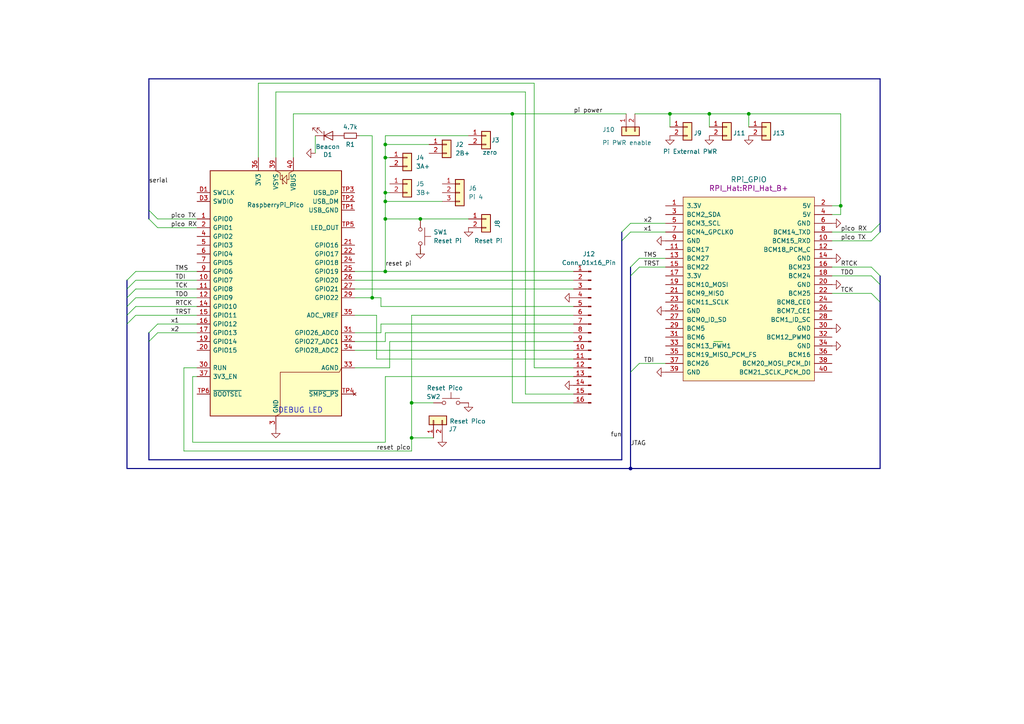
<source format=kicad_sch>
(kicad_sch (version 20231120) (generator "eeschema") (generator_version "8.0")
  (paper "A4")
  (lib_symbols
    (symbol "Connector:Conn_01x16_Pin" (pin_names (offset 1.016) hide)
      (property "Reference" "J" (at 0 20.32 0))
      (property "Value" "Conn_01x16_Pin" (at 0 -22.86 0))
      (symbol "Conn_01x16_Pin_1_1"
        (polyline (pts (xy 1.27 -20.32) (xy 0.8636 -20.32)) (stroke (width 0.1524)))
        (polyline (pts (xy 1.27 -17.78) (xy 0.8636 -17.78)) (stroke (width 0.1524)))
        (polyline (pts (xy 1.27 -15.24) (xy 0.8636 -15.24)) (stroke (width 0.1524)))
        (polyline (pts (xy 1.27 -12.7) (xy 0.8636 -12.7)) (stroke (width 0.1524)))
        (polyline (pts (xy 1.27 -10.16) (xy 0.8636 -10.16)) (stroke (width 0.1524)))
        (polyline (pts (xy 1.27 -7.62) (xy 0.8636 -7.62)) (stroke (width 0.1524)))
        (polyline (pts (xy 1.27 -5.08) (xy 0.8636 -5.08)) (stroke (width 0.1524)))
        (polyline (pts (xy 1.27 -2.54) (xy 0.8636 -2.54)) (stroke (width 0.1524)))
        (polyline (pts (xy 1.27 0) (xy 0.8636 0)) (stroke (width 0.1524)))
        (polyline (pts (xy 1.27 2.54) (xy 0.8636 2.54)) (stroke (width 0.1524)))
        (polyline (pts (xy 1.27 5.08) (xy 0.8636 5.08)) (stroke (width 0.1524)))
        (polyline (pts (xy 1.27 7.62) (xy 0.8636 7.62)) (stroke (width 0.1524)))
        (polyline (pts (xy 1.27 10.16) (xy 0.8636 10.16)) (stroke (width 0.1524)))
        (polyline (pts (xy 1.27 12.7) (xy 0.8636 12.7)) (stroke (width 0.1524)))
        (polyline (pts (xy 1.27 15.24) (xy 0.8636 15.24)) (stroke (width 0.1524)))
        (polyline (pts (xy 1.27 17.78) (xy 0.8636 17.78)) (stroke (width 0.1524)))
        (rectangle (start 0.8636 -20.193) (end 0 -20.447) (stroke (width 0.1524)) (fill (type outline)))
        (rectangle (start 0.8636 -17.653) (end 0 -17.907) (stroke (width 0.1524)) (fill (type outline)))
        (rectangle (start 0.8636 -15.113) (end 0 -15.367) (stroke (width 0.1524)) (fill (type outline)))
        (rectangle (start 0.8636 -12.573) (end 0 -12.827) (stroke (width 0.1524)) (fill (type outline)))
        (rectangle (start 0.8636 -10.033) (end 0 -10.287) (stroke (width 0.1524)) (fill (type outline)))
        (rectangle (start 0.8636 -7.493) (end 0 -7.747) (stroke (width 0.1524)) (fill (type outline)))
        (rectangle (start 0.8636 -4.953) (end 0 -5.207) (stroke (width 0.1524)) (fill (type outline)))
        (rectangle (start 0.8636 -2.413) (end 0 -2.667) (stroke (width 0.1524)) (fill (type outline)))
        (rectangle (start 0.8636 0.127) (end 0 -0.127) (stroke (width 0.1524)) (fill (type outline)))
        (rectangle (start 0.8636 2.667) (end 0 2.413) (stroke (width 0.1524)) (fill (type outline)))
        (rectangle (start 0.8636 5.207) (end 0 4.953) (stroke (width 0.1524)) (fill (type outline)))
        (rectangle (start 0.8636 7.747) (end 0 7.493) (stroke (width 0.1524)) (fill (type outline)))
        (rectangle (start 0.8636 10.287) (end 0 10.033) (stroke (width 0.1524)) (fill (type outline)))
        (rectangle (start 0.8636 12.827) (end 0 12.573) (stroke (width 0.1524)) (fill (type outline)))
        (rectangle (start 0.8636 15.367) (end 0 15.113) (stroke (width 0.1524)) (fill (type outline)))
        (rectangle (start 0.8636 17.907) (end 0 17.653) (stroke (width 0.1524)) (fill (type outline)))
        (pin passive line (at 5.08 17.78 180) (length 3.81) (name "Pin_1") (number "1"))
        (pin passive line (at 5.08 -5.08 180) (length 3.81) (name "Pin_10") (number "10"))
        (pin passive line (at 5.08 -7.62 180) (length 3.81) (name "Pin_11") (number "11"))
        (pin passive line (at 5.08 -10.16 180) (length 3.81) (name "Pin_12") (number "12"))
        (pin passive line (at 5.08 -12.7 180) (length 3.81) (name "Pin_13") (number "13"))
        (pin passive line (at 5.08 -15.24 180) (length 3.81) (name "Pin_14") (number "14"))
        (pin passive line (at 5.08 -17.78 180) (length 3.81) (name "Pin_15") (number "15"))
        (pin passive line (at 5.08 -20.32 180) (length 3.81) (name "Pin_16") (number "16"))
        (pin passive line (at 5.08 15.24 180) (length 3.81) (name "Pin_2") (number "2"))
        (pin passive line (at 5.08 12.7 180) (length 3.81) (name "Pin_3") (number "3"))
        (pin passive line (at 5.08 10.16 180) (length 3.81) (name "Pin_4") (number "4"))
        (pin passive line (at 5.08 7.62 180) (length 3.81) (name "Pin_5") (number "5"))
        (pin passive line (at 5.08 5.08 180) (length 3.81) (name "Pin_6") (number "6"))
        (pin passive line (at 5.08 2.54 180) (length 3.81) (name "Pin_7") (number "7"))
        (pin passive line (at 5.08 0 180) (length 3.81) (name "Pin_8") (number "8"))
        (pin passive line (at 5.08 -2.54 180) (length 3.81) (name "Pin_9") (number "9"))
      )
    )
    (symbol "Connector_Generic:Conn_01x02" (pin_names (offset 1.016) hide)
      (property "Reference" "J" (at 0 2.54 0))
      (property "Value" "Conn_01x02" (at 0 -5.08 0))
      (symbol "Conn_01x02_1_1"
        (rectangle (start -1.27 -2.413) (end 0 -2.667) (stroke (width 0.1524)))
        (rectangle (start -1.27 0.127) (end 0 -0.127) (stroke (width 0.1524)))
        (rectangle (start -1.27 1.27) (end 1.27 -3.81) (stroke (width 0.254)) (fill (type background)))
        (pin passive line (at -5.08 0 0) (length 3.81) (name "Pin_1") (number "1"))
        (pin passive line (at -5.08 -2.54 0) (length 3.81) (name "Pin_2") (number "2"))
      )
    )
    (symbol "Connector_Generic:Conn_01x03" (pin_names (offset 1.016) hide)
      (property "Reference" "J" (at 0 5.08 0))
      (property "Value" "Conn_01x03" (at 0 -5.08 0))
      (symbol "Conn_01x03_1_1"
        (rectangle (start -1.27 -2.413) (end 0 -2.667) (stroke (width 0.1524)))
        (rectangle (start -1.27 0.127) (end 0 -0.127) (stroke (width 0.1524)))
        (rectangle (start -1.27 2.667) (end 0 2.413) (stroke (width 0.1524)))
        (rectangle (start -1.27 3.81) (end 1.27 -3.81) (stroke (width 0.254)) (fill (type background)))
        (pin passive line (at -5.08 2.54 0) (length 3.81) (name "Pin_1") (number "1"))
        (pin passive line (at -5.08 0 0) (length 3.81) (name "Pin_2") (number "2"))
        (pin passive line (at -5.08 -2.54 0) (length 3.81) (name "Pin_3") (number "3"))
      )
    )
    (symbol "Device:LED" (pin_numbers hide) (pin_names (offset 1.016) hide)
      (property "Reference" "D" (at 0 2.54 0))
      (property "Value" "LED" (at 0 -2.54 0))
      (symbol "LED_0_1"
        (polyline (pts (xy -1.27 -1.27) (xy -1.27 1.27)) (stroke (width 0.2032)))
        (polyline (pts (xy -1.27 0) (xy 1.27 0)))
        (polyline (pts (xy 1.27 -1.27) (xy 1.27 1.27) (xy -1.27 0) (xy 1.27 -1.27)) (stroke (width 0.2032)))
        (polyline (pts (xy -3.048 -0.762) (xy -4.572 -2.286) (xy -3.81 -2.286) (xy -4.572 -2.286) (xy -4.572 -1.524)))
        (polyline (pts (xy -1.778 -0.762) (xy -3.302 -2.286) (xy -2.54 -2.286) (xy -3.302 -2.286) (xy -3.302 -1.524)))
      )
      (symbol "LED_1_1"
        (pin passive line (at -3.81 0 0) (length 2.54) (name "K") (number "1"))
        (pin passive line (at 3.81 0 180) (length 2.54) (name "A") (number "2"))
      )
    )
    (symbol "Device:R_Small" (pin_numbers hide) (pin_names (offset 0.254) hide)
      (property "Reference" "R" (at 0.762 0.508 0))
      (property "Value" "R_Small" (at 0.762 -1.016 0))
      (symbol "R_Small_0_1"
        (rectangle (start -0.762 1.778) (end 0.762 -1.778) (stroke (width 0.2032)))
      )
      (symbol "R_Small_1_1"
        (pin passive line (at 0 2.54 270) (length 0.762) (name "~") (number "1"))
        (pin passive line (at 0 -2.54 90) (length 0.762) (name "~") (number "2"))
      )
    )
    (symbol "MCU_Module_RaspberryPi_Pico:RaspberryPi_Pico_SecondaryPins" (pin_names (offset 0.762))
      (property "Reference" "A" (at -19.05 38.1 0))
      (property "Value" "RaspberryPi_Pico" (at 7.62 38.1 0))
      (symbol "RaspberryPi_Pico_SecondaryPins_0_1"
        (rectangle (start -19.05 36.83) (end 19.05 -34.29) (stroke (width 0.254)) (fill (type background)))
        (polyline (pts (xy 0 36.83) (xy 1.27 36.195) (xy 1.27 34.29) (xy 1.905 34.29)))
        (polyline (pts (xy 1.905 34.29) (xy 3.175 35.56) (xy 3.175 33.02) (xy 1.905 34.29)))
        (polyline (pts (xy 5.08 36.83) (xy 3.81 36.195) (xy 3.81 34.29) (xy 3.175 34.29)))
        (polyline (pts (xy 0 -34.29) (xy 1.27 -33.655) (xy 1.27 -21.59) (xy 18.415 -21.59) (xy 19.05 -20.32)))
        (polyline (pts (xy 1.651 35.306) (xy 1.651 35.56) (xy 1.905 35.56) (xy 1.905 33.02) (xy 2.159 33.02) (xy 2.159 33.274)))
      )
      (symbol "RaspberryPi_Pico_SecondaryPins_1_1"
        (pin bidirectional line (at -22.86 22.86 0) (length 3.81) (name "GPIO0") (number "1"))
        (pin bidirectional line (at -22.86 5.08 0) (length 3.81) (name "GPIO7") (number "10"))
        (pin bidirectional line (at -22.86 2.54 0) (length 3.81) (name "GPIO8") (number "11"))
        (pin bidirectional line (at -22.86 0 0) (length 3.81) (name "GPIO9") (number "12"))
        (pin passive line (at 0 -38.1 90) (length 3.81) hide (name "GND") (number "13"))
        (pin bidirectional line (at -22.86 -2.54 0) (length 3.81) (name "GPIO10") (number "14"))
        (pin bidirectional line (at -22.86 -5.08 0) (length 3.81) (name "GPIO11") (number "15"))
        (pin bidirectional line (at -22.86 -7.62 0) (length 3.81) (name "GPIO12") (number "16"))
        (pin bidirectional line (at -22.86 -10.16 0) (length 3.81) (name "GPIO13") (number "17"))
        (pin passive line (at 0 -38.1 90) (length 3.81) hide (name "GND") (number "18"))
        (pin bidirectional line (at -22.86 -12.7 0) (length 3.81) (name "GPIO14") (number "19"))
        (pin bidirectional line (at -22.86 20.32 0) (length 3.81) (name "GPIO1") (number "2"))
        (pin bidirectional line (at -22.86 -15.24 0) (length 3.81) (name "GPIO15") (number "20"))
        (pin bidirectional line (at 22.86 15.24 180) (length 3.81) (name "GPIO16") (number "21"))
        (pin bidirectional line (at 22.86 12.7 180) (length 3.81) (name "GPIO17") (number "22"))
        (pin passive line (at 0 -38.1 90) (length 3.81) hide (name "GND") (number "23"))
        (pin bidirectional line (at 22.86 10.16 180) (length 3.81) (name "GPIO18") (number "24"))
        (pin bidirectional line (at 22.86 7.62 180) (length 3.81) (name "GPIO19") (number "25"))
        (pin bidirectional line (at 22.86 5.08 180) (length 3.81) (name "GPIO20") (number "26"))
        (pin bidirectional line (at 22.86 2.54 180) (length 3.81) (name "GPIO21") (number "27"))
        (pin passive line (at 0 -38.1 90) (length 3.81) hide (name "GND") (number "28"))
        (pin bidirectional line (at 22.86 0 180) (length 3.81) (name "GPIO22") (number "29"))
        (pin power_out line (at 0 -38.1 90) (length 3.81) (name "GND") (number "3"))
        (pin input line (at -22.86 -20.32 0) (length 3.81) (name "RUN") (number "30"))
        (pin bidirectional line (at 22.86 -10.16 180) (length 3.81) (name "GPIO26_ADC0") (number "31"))
        (pin bidirectional line (at 22.86 -12.7 180) (length 3.81) (name "GPIO27_ADC1") (number "32"))
        (pin power_out line (at 22.86 -20.32 180) (length 3.81) (name "AGND") (number "33"))
        (pin bidirectional line (at 22.86 -15.24 180) (length 3.81) (name "GPIO28_ADC2") (number "34"))
        (pin power_in line (at 22.86 -5.08 180) (length 3.81) (name "ADC_VREF") (number "35"))
        (pin power_out line (at -5.08 40.64 270) (length 3.81) (name "3V3") (number "36"))
        (pin input line (at -22.86 -22.86 0) (length 3.81) (name "3V3_EN") (number "37"))
        (pin passive line (at 0 -38.1 90) (length 3.81) hide (name "GND") (number "38"))
        (pin power_in line (at 0 40.64 270) (length 3.81) (name "VSYS") (number "39"))
        (pin bidirectional line (at -22.86 17.78 0) (length 3.81) (name "GPIO2") (number "4"))
        (pin power_out line (at 5.08 40.64 270) (length 3.81) (name "VBUS") (number "40"))
        (pin bidirectional line (at -22.86 15.24 0) (length 3.81) (name "GPIO3") (number "5"))
        (pin bidirectional line (at -22.86 12.7 0) (length 3.81) (name "GPIO4") (number "6"))
        (pin bidirectional line (at -22.86 10.16 0) (length 3.81) (name "GPIO5") (number "7"))
        (pin passive line (at 0 -38.1 90) (length 3.81) hide (name "GND") (number "8"))
        (pin bidirectional line (at -22.86 7.62 0) (length 3.81) (name "GPIO6") (number "9"))
        (pin input line (at -22.86 30.48 0) (length 3.81) (name "SWCLK") (number "D1"))
        (pin passive line (at 0 -38.1 90) (length 3.81) hide (name "GND") (number "D2"))
        (pin bidirectional line (at -22.86 27.94 0) (length 3.81) (name "SWDIO") (number "D3"))
        (pin power_out line (at 22.86 25.4 180) (length 3.81) (name "USB_GND") (number "TP1"))
        (pin bidirectional line (at 22.86 27.94 180) (length 3.81) (name "USB_DM") (number "TP2"))
        (pin bidirectional line (at 22.86 30.48 180) (length 3.81) (name "USB_DP") (number "TP3"))
        (pin no_connect line (at 22.86 -27.94 180) (length 3.81) (name "~{SMPS_PS}") (number "TP4"))
        (pin output line (at 22.86 20.32 180) (length 3.81) (name "LED_OUT") (number "TP5"))
        (pin input line (at -22.86 -27.94 0) (length 3.81) (name "~{BOOTSEL}") (number "TP6"))
      )
    )
    (symbol "RPi_Hat:RPi_GPIO" (pin_names (offset 1.016))
      (property "Reference" "J" (at 19.05 6.35 0))
      (property "Value" "RPi_GPIO" (at 19.05 3.81 0))
      (symbol "RPi_GPIO_1_1"
        (rectangle (start 0 2.54) (end 38.1 -50.8) (fill (type background)))
        (pin power_in line (at -5.08 0 0) (length 5.08) (name "3.3V") (number "1"))
        (pin bidirectional line (at 43.18 -10.16 180) (length 5.08) (name "BCM15_RXD") (number "10"))
        (pin bidirectional line (at -5.08 -12.7 0) (length 5.08) (name "BCM17") (number "11"))
        (pin bidirectional line (at 43.18 -12.7 180) (length 5.08) (name "BCM18_PCM_C") (number "12"))
        (pin bidirectional line (at -5.08 -15.24 0) (length 5.08) (name "BCM27") (number "13"))
        (pin power_in line (at 43.18 -15.24 180) (length 5.08) (name "GND") (number "14"))
        (pin bidirectional line (at -5.08 -17.78 0) (length 5.08) (name "BCM22") (number "15"))
        (pin bidirectional line (at 43.18 -17.78 180) (length 5.08) (name "BCM23") (number "16"))
        (pin power_in line (at -5.08 -20.32 0) (length 5.08) (name "3.3V") (number "17"))
        (pin bidirectional line (at 43.18 -20.32 180) (length 5.08) (name "BCM24") (number "18"))
        (pin bidirectional line (at -5.08 -22.86 0) (length 5.08) (name "BCM10_MOSI") (number "19"))
        (pin power_in line (at 43.18 0 180) (length 5.08) (name "5V") (number "2"))
        (pin power_in line (at 43.18 -22.86 180) (length 5.08) (name "GND") (number "20"))
        (pin bidirectional line (at -5.08 -25.4 0) (length 5.08) (name "BCM9_MISO") (number "21"))
        (pin bidirectional line (at 43.18 -25.4 180) (length 5.08) (name "BCM25") (number "22"))
        (pin bidirectional line (at -5.08 -27.94 0) (length 5.08) (name "BCM11_SCLK") (number "23"))
        (pin bidirectional line (at 43.18 -27.94 180) (length 5.08) (name "BCM8_CE0") (number "24"))
        (pin power_in line (at -5.08 -30.48 0) (length 5.08) (name "GND") (number "25"))
        (pin bidirectional line (at 43.18 -30.48 180) (length 5.08) (name "BCM7_CE1") (number "26"))
        (pin bidirectional line (at -5.08 -33.02 0) (length 5.08) (name "BCM0_ID_SD") (number "27"))
        (pin bidirectional line (at 43.18 -33.02 180) (length 5.08) (name "BCM1_ID_SC") (number "28"))
        (pin bidirectional line (at -5.08 -35.56 0) (length 5.08) (name "BCM5") (number "29"))
        (pin bidirectional line (at -5.08 -2.54 0) (length 5.08) (name "BCM2_SDA") (number "3"))
        (pin power_in line (at 43.18 -35.56 180) (length 5.08) (name "GND") (number "30"))
        (pin bidirectional line (at -5.08 -38.1 0) (length 5.08) (name "BCM6") (number "31"))
        (pin bidirectional line (at 43.18 -38.1 180) (length 5.08) (name "BCM12_PWM0") (number "32"))
        (pin bidirectional line (at -5.08 -40.64 0) (length 5.08) (name "BCM13_PWM1") (number "33"))
        (pin power_in line (at 43.18 -40.64 180) (length 5.08) (name "GND") (number "34"))
        (pin bidirectional line (at -5.08 -43.18 0) (length 5.08) (name "BCM19_MISO_PCM_FS") (number "35"))
        (pin bidirectional line (at 43.18 -43.18 180) (length 5.08) (name "BCM16") (number "36"))
        (pin bidirectional line (at -5.08 -45.72 0) (length 5.08) (name "BCM26") (number "37"))
        (pin bidirectional line (at 43.18 -45.72 180) (length 5.08) (name "BCM20_MOSI_PCM_DI") (number "38"))
        (pin power_in line (at -5.08 -48.26 0) (length 5.08) (name "GND") (number "39"))
        (pin power_in line (at 43.18 -2.54 180) (length 5.08) (name "5V") (number "4"))
        (pin bidirectional line (at 43.18 -48.26 180) (length 5.08) (name "BCM21_SCLK_PCM_DO") (number "40"))
        (pin bidirectional line (at -5.08 -5.08 0) (length 5.08) (name "BCM3_SCL") (number "5"))
        (pin power_in line (at 43.18 -5.08 180) (length 5.08) (name "GND") (number "6"))
        (pin bidirectional line (at -5.08 -7.62 0) (length 5.08) (name "BCM4_GPCLK0") (number "7"))
        (pin bidirectional line (at 43.18 -7.62 180) (length 5.08) (name "BCM14_TXD") (number "8"))
        (pin power_in line (at -5.08 -10.16 0) (length 5.08) (name "GND") (number "9"))
      )
    )
    (symbol "Switch:SW_Push" (pin_numbers hide) (pin_names (offset 1.016) hide)
      (property "Reference" "SW" (at 1.27 2.54 0))
      (property "Value" "SW_Push" (at 0 -1.524 0))
      (symbol "SW_Push_0_1"
        (circle (center -2.032 0) (radius 0.508))
        (polyline (pts (xy 0 1.27) (xy 0 3.048)))
        (polyline (pts (xy 2.54 1.27) (xy -2.54 1.27)))
        (circle (center 2.032 0) (radius 0.508))
        (pin passive line (at -5.08 0 0) (length 2.54) (name "1") (number "1"))
        (pin passive line (at 5.08 0 180) (length 2.54) (name "2") (number "2"))
      )
    )
    (symbol "power:GND" (power) (pin_numbers hide) (pin_names (offset 0) hide)
      (property "Value" "GND" (at 0 -3.81 0))
      (symbol "GND_0_1"
        (polyline (pts (xy 0 0) (xy 0 -1.27) (xy 1.27 -1.27) (xy 0 -2.54) (xy -1.27 -1.27) (xy 0 -1.27)))
      )
      (symbol "GND_1_1"
        (pin power_in line (at 0 0 270) (length 0) (name "~") (number "1"))
      )
    )
  )
  (junction (at 194.31 33.02))
  (junction (at 107.95 86.36))
  (junction (at 148.59 33.02))
  (junction (at 111.76 63.5))
  (junction (at 111.76 55.88))
  (junction (at 119.38 116.84))
  (junction (at 111.76 41.91))
  (junction (at 217.17 33.02))
  (junction (at 111.76 58.42))
  (junction (at 119.38 127))
  (junction (at 205.74 33.02))
  (junction (at 243.84 59.69))
  (junction (at 121.92 63.5))
  (junction (at 111.76 78.74))
  (junction (at 111.76 45.72))
  (junction (at 182.88 135.89))
  (bus_entry (at 252.73 77.47) (size 2.54 2.54))
  (bus_entry (at 180.34 67.31) (size 2.54 -2.54))
  (bus_entry (at 43.18 63.5) (size 2.54 2.54))
  (bus_entry (at 43.18 60.96) (size 2.54 2.54))
  (bus_entry (at 185.42 77.47) (size -2.54 2.54))
  (bus_entry (at 39.37 81.28) (size -2.54 2.54))
  (bus_entry (at 39.37 83.82) (size -2.54 2.54))
  (bus_entry (at 43.18 99.06) (size 2.54 -2.54))
  (bus_entry (at 39.37 86.36) (size -2.54 2.54))
  (bus_entry (at 252.73 80.01) (size 2.54 2.54))
  (bus_entry (at 252.73 67.31) (size 2.54 -2.54))
  (bus_entry (at 180.34 69.85) (size 2.54 -2.54))
  (bus_entry (at 252.73 69.85) (size 2.54 -2.54))
  (bus_entry (at 185.42 105.41) (size -2.54 2.54))
  (bus_entry (at 39.37 78.74) (size -2.54 2.54))
  (bus_entry (at 43.18 96.52) (size 2.54 -2.54))
  (bus_entry (at 39.37 91.44) (size -2.54 2.54))
  (bus_entry (at 39.37 88.9) (size -2.54 2.54))
  (bus_entry (at 185.42 74.93) (size -2.54 2.54))
  (bus_entry (at 252.73 85.09) (size 2.54 2.54))
  (bus (pts (xy 255.27 64.77) (xy 255.27 67.31)))
  (wire (pts (xy 111.76 55.88) (xy 111.76 58.42)))
  (wire (pts (xy 154.94 24.13) (xy 154.94 106.68)))
  (wire (pts (xy 119.38 130.81) (xy 53.34 130.81)))
  (wire (pts (xy 111.76 96.52) (xy 166.37 96.52)))
  (wire (pts (xy 102.87 106.68) (xy 113.03 106.68)))
  (bus (pts (xy 43.18 133.35) (xy 180.34 133.35)))
  (wire (pts (xy 55.88 109.22) (xy 55.88 128.27)))
  (bus (pts (xy 255.27 135.89) (xy 255.27 87.63)))
  (wire (pts (xy 74.93 24.13) (xy 154.94 24.13)))
  (wire (pts (xy 107.95 39.37) (xy 104.14 39.37)))
  (wire (pts (xy 207.01 99.06) (xy 209.55 99.06)))
  (bus (pts (xy 36.83 81.28) (xy 36.83 83.82)))
  (wire (pts (xy 113.03 99.06) (xy 113.03 106.68)))
  (wire (pts (xy 185.42 105.41) (xy 193.04 105.41)))
  (bus (pts (xy 43.18 96.52) (xy 43.18 99.06)))
  (wire (pts (xy 91.44 39.37) (xy 91.44 44.45)))
  (wire (pts (xy 241.3 67.31) (xy 252.73 67.31)))
  (wire (pts (xy 102.87 78.74) (xy 111.76 78.74)))
  (bus (pts (xy 255.27 22.86) (xy 255.27 64.77)))
  (wire (pts (xy 148.59 116.84) (xy 166.37 116.84)))
  (wire (pts (xy 39.37 91.44) (xy 57.15 91.44)))
  (wire (pts (xy 148.59 33.02) (xy 181.61 33.02)))
  (wire (pts (xy 119.38 91.44) (xy 119.38 116.84)))
  (bus (pts (xy 180.34 133.35) (xy 180.34 69.85)))
  (wire (pts (xy 102.87 101.6) (xy 166.37 101.6)))
  (wire (pts (xy 241.3 59.69) (xy 243.84 59.69)))
  (wire (pts (xy 74.93 45.72) (xy 74.93 24.13)))
  (wire (pts (xy 135.89 39.37) (xy 111.76 39.37)))
  (bus (pts (xy 182.88 107.95) (xy 182.88 80.01)))
  (bus (pts (xy 36.83 88.9) (xy 36.83 91.44)))
  (wire (pts (xy 45.72 96.52) (xy 57.15 96.52)))
  (wire (pts (xy 241.3 69.85) (xy 252.73 69.85)))
  (wire (pts (xy 166.37 109.22) (xy 111.76 109.22)))
  (wire (pts (xy 53.34 106.68) (xy 57.15 106.68)))
  (wire (pts (xy 205.74 33.02) (xy 217.17 33.02)))
  (wire (pts (xy 109.22 104.14) (xy 109.22 91.44)))
  (wire (pts (xy 119.38 127) (xy 119.38 130.81)))
  (wire (pts (xy 119.38 116.84) (xy 125.73 116.84)))
  (wire (pts (xy 121.92 73.66) (xy 121.92 72.39)))
  (wire (pts (xy 55.88 109.22) (xy 57.15 109.22)))
  (wire (pts (xy 39.37 78.74) (xy 57.15 78.74)))
  (wire (pts (xy 53.34 106.68) (xy 53.34 130.81)))
  (wire (pts (xy 185.42 74.93) (xy 193.04 74.93)))
  (wire (pts (xy 241.3 62.23) (xy 243.84 62.23)))
  (bus (pts (xy 255.27 87.63) (xy 255.27 82.55)))
  (wire (pts (xy 110.49 88.9) (xy 166.37 88.9)))
  (wire (pts (xy 113.03 55.88) (xy 111.76 55.88)))
  (wire (pts (xy 111.76 45.72) (xy 111.76 55.88)))
  (wire (pts (xy 111.76 63.5) (xy 111.76 78.74)))
  (wire (pts (xy 39.37 83.82) (xy 57.15 83.82)))
  (wire (pts (xy 111.76 63.5) (xy 121.92 63.5)))
  (wire (pts (xy 110.49 86.36) (xy 110.49 88.9)))
  (wire (pts (xy 166.37 99.06) (xy 113.03 99.06)))
  (wire (pts (xy 110.49 93.98) (xy 166.37 93.98)))
  (wire (pts (xy 119.38 91.44) (xy 166.37 91.44)))
  (wire (pts (xy 205.74 33.02) (xy 205.74 36.83)))
  (bus (pts (xy 43.18 60.96) (xy 43.18 63.5)))
  (wire (pts (xy 124.46 41.91) (xy 111.76 41.91)))
  (bus (pts (xy 182.88 77.47) (xy 182.88 80.01)))
  (wire (pts (xy 80.01 26.67) (xy 80.01 45.72)))
  (wire (pts (xy 194.31 33.02) (xy 205.74 33.02)))
  (bus (pts (xy 36.83 93.98) (xy 36.83 135.89)))
  (bus (pts (xy 182.88 107.95) (xy 182.88 135.89)))
  (wire (pts (xy 110.49 93.98) (xy 110.49 96.52)))
  (bus (pts (xy 36.83 83.82) (xy 36.83 86.36)))
  (wire (pts (xy 241.3 85.09) (xy 252.73 85.09)))
  (wire (pts (xy 111.76 41.91) (xy 111.76 39.37)))
  (bus (pts (xy 43.18 22.86) (xy 43.18 60.96)))
  (wire (pts (xy 243.84 59.69) (xy 243.84 62.23)))
  (wire (pts (xy 45.72 93.98) (xy 57.15 93.98)))
  (wire (pts (xy 102.87 81.28) (xy 166.37 81.28)))
  (wire (pts (xy 111.76 58.42) (xy 128.27 58.42)))
  (wire (pts (xy 102.87 91.44) (xy 109.22 91.44)))
  (wire (pts (xy 45.72 63.5) (xy 57.15 63.5)))
  (wire (pts (xy 57.15 81.28) (xy 39.37 81.28)))
  (wire (pts (xy 102.87 99.06) (xy 111.76 99.06)))
  (wire (pts (xy 148.59 33.02) (xy 148.59 116.84)))
  (wire (pts (xy 152.4 114.3) (xy 166.37 114.3)))
  (wire (pts (xy 111.76 58.42) (xy 111.76 63.5)))
  (wire (pts (xy 102.87 96.52) (xy 110.49 96.52)))
  (wire (pts (xy 243.84 33.02) (xy 243.84 59.69)))
  (wire (pts (xy 241.3 77.47) (xy 252.73 77.47)))
  (bus (pts (xy 43.18 99.06) (xy 43.18 133.35)))
  (wire (pts (xy 39.37 88.9) (xy 57.15 88.9)))
  (wire (pts (xy 107.95 39.37) (xy 107.95 86.36)))
  (wire (pts (xy 85.09 33.02) (xy 148.59 33.02)))
  (wire (pts (xy 102.87 86.36) (xy 107.95 86.36)))
  (wire (pts (xy 194.31 33.02) (xy 194.31 36.83)))
  (wire (pts (xy 166.37 104.14) (xy 109.22 104.14)))
  (bus (pts (xy 36.83 86.36) (xy 36.83 88.9)))
  (wire (pts (xy 111.76 45.72) (xy 113.03 45.72)))
  (wire (pts (xy 119.38 127) (xy 125.73 127)))
  (wire (pts (xy 111.76 41.91) (xy 111.76 45.72)))
  (bus (pts (xy 180.34 67.31) (xy 180.34 69.85)))
  (wire (pts (xy 39.37 86.36) (xy 57.15 86.36)))
  (bus (pts (xy 255.27 82.55) (xy 255.27 80.01)))
  (wire (pts (xy 154.94 106.68) (xy 166.37 106.68)))
  (wire (pts (xy 152.4 26.67) (xy 152.4 114.3)))
  (wire (pts (xy 111.76 78.74) (xy 166.37 78.74)))
  (wire (pts (xy 107.95 86.36) (xy 110.49 86.36)))
  (wire (pts (xy 217.17 33.02) (xy 217.17 36.83)))
  (wire (pts (xy 182.88 64.77) (xy 193.04 64.77)))
  (wire (pts (xy 111.76 109.22) (xy 111.76 128.27)))
  (bus (pts (xy 36.83 135.89) (xy 182.88 135.89)))
  (wire (pts (xy 119.38 116.84) (xy 119.38 127)))
  (bus (pts (xy 36.83 91.44) (xy 36.83 93.98)))
  (wire (pts (xy 102.87 83.82) (xy 166.37 83.82)))
  (wire (pts (xy 185.42 77.47) (xy 193.04 77.47)))
  (wire (pts (xy 184.15 33.02) (xy 194.31 33.02)))
  (wire (pts (xy 121.92 63.5) (xy 135.89 63.5)))
  (wire (pts (xy 111.76 99.06) (xy 111.76 96.52)))
  (bus (pts (xy 182.88 135.89) (xy 255.27 135.89)))
  (bus (pts (xy 43.18 22.86) (xy 255.27 22.86)))
  (wire (pts (xy 241.3 80.01) (xy 252.73 80.01)))
  (wire (pts (xy 55.88 128.27) (xy 111.76 128.27)))
  (wire (pts (xy 85.09 33.02) (xy 85.09 45.72)))
  (wire (pts (xy 45.72 66.04) (xy 57.15 66.04)))
  (wire (pts (xy 217.17 33.02) (xy 243.84 33.02)))
  (wire (pts (xy 80.01 26.67) (xy 152.4 26.67)))
  (wire (pts (xy 182.88 67.31) (xy 193.04 67.31)))
  (text "DEBUG LED" (at 80.645 120.015 0) (effects (font (size 1.524 1.524)) (justify left bottom)))
  (label "x1" (at 49.53 93.98 0))
  (label "fun" (at 180.34 127 180))
  (label "TDI" (at 186.69 105.41 0))
  (label "TRST" (at 186.69 77.47 0))
  (label "TDI" (at 50.8 81.28 0))
  (label "pico TX" (at 243.84 69.85 0))
  (label "JTAG" (at 182.88 129.54 0))
  (label "x1" (at 186.69 67.31 0))
  (label "RTCK" (at 243.84 77.47 0))
  (label "pico RX" (at 49.53 66.04 0))
  (label "TCK" (at 50.8 83.82 0))
  (label "TDO" (at 243.84 80.01 0))
  (label "RTCK" (at 50.8 88.9 0))
  (label "TDO" (at 50.8 86.36 0))
  (label "TMS" (at 50.8 78.74 0))
  (label "TCK" (at 243.84 85.09 0))
  (label "reset pico" (at 109.22 130.81 0))
  (label "pi power" (at 166.37 33.02 0))
  (label "pico TX" (at 49.53 63.5 0))
  (label "x2" (at 186.69 64.77 0))
  (label "reset pi" (at 111.76 77.47 0))
  (label "pico RX" (at 243.84 67.31 0))
  (label "serial" (at 43.18 53.34 0))
  (label "TRST" (at 50.8 91.44 0))
  (label "TMS" (at 186.69 74.93 0))
  (label "x2" (at 49.53 96.52 0))
  (symbol (lib_id "power:GND") (at 241.3 64.77 90) (unit 1)
    (property "Reference" "#PWR011" (effects (hide yes)))
    (property "Value" "GND" (effects (hide yes)))
    (property "Description" "Power symbol creates a global label with name \"GND\" , ground" (effects (hide yes)))
  )
  (symbol (lib_id "power:GND") (at 194.31 39.37 0) (unit 1)
    (property "Reference" "#PWR014" (effects (hide yes)))
    (property "Value" "GND" (effects (hide yes)))
    (property "Description" "Power symbol creates a global label with name \"GND\" , ground" (effects (hide yes)))
  )
  (symbol (lib_id "Device:LED") (at 95.25 39.37 0) (mirror x) (unit 1)
    (property "Reference" "D1" (at 95.0722 44.8564 0))
    (property "Value" "Beacon" (at 95.0722 42.545 0))
    (property "Footprint" "LED_SMD:LED_0603_1608Metric" (effects (hide yes)))
  )
  (symbol (lib_id "power:GND") (at 166.37 86.36 270) (unit 1)
    (property "Reference" "#PWR016" (effects (hide yes)))
    (property "Value" "GND" (effects (hide yes)))
    (property "Description" "Power symbol creates a global label with name \"GND\" , ground" (effects (hide yes)))
  )
  (symbol (lib_id "power:GND") (at 135.89 116.84 0) (unit 1)
    (property "Reference" "#PWR03" (effects (hide yes)))
    (property "Value" "GND" (effects (hide yes)))
    (property "Description" "Power symbol creates a global label with name \"GND\" , ground" (effects (hide yes)))
  )
  (symbol (lib_id "Connector:Conn_01x16_Pin") (at 171.45 96.52 0) (mirror y) (unit 1)
    (property "Reference" "J12" (at 170.815 73.66 0))
    (property "Value" "Conn_01x16_Pin" (at 170.815 76.2 0))
    (property "Footprint" "Connector_PinHeader_2.54mm:PinHeader_1x16_P2.54mm_Vertical" (effects (hide yes)))
    (property "Description" "Generic connector, single row, 01x16, script generated" (effects (hide yes)))
  )
  (symbol (lib_id "Connector_Generic:Conn_01x02") (at 129.54 41.91 0) (unit 1)
    (property "Reference" "J2" (at 132.08 41.9099 0) (effects (justify left)))
    (property "Value" "2B+" (at 132.08 44.4499 0) (effects (justify left)))
    (property "Footprint" "Connector_PinSocket_2.54mm:PinSocket_1x02_P2.54mm_Vertical" (effects (hide yes)))
    (property "Description" "Generic connector, single row, 01x02, script generated (kicad-library-utils/schlib/autogen/connector/)" (effects (hide yes)))
  )
  (symbol (lib_id "Connector_Generic:Conn_01x02") (at 210.82 36.83 0) (unit 1)
    (property "Reference" "J11" (at 212.598 38.608 0) (effects (justify left)))
    (property "Value" "Pi External PWR" (effects (hide yes)))
    (property "Footprint" "Connector_PinHeader_2.54mm:PinHeader_1x02_P2.54mm_Vertical" (effects (hide yes)))
    (property "Description" "Generic connector, single row, 01x02, script generated (kicad-library-utils/schlib/autogen/connector/)" (effects (hide yes)))
  )
  (symbol (lib_id "Device:R_Small") (at 101.6 39.37 90) (unit 1)
    (property "Reference" "R1" (at 101.6 41.91 90))
    (property "Value" "4.7k" (at 101.6 36.83 90))
    (property "Footprint" "Resistor_SMD:R_0603_1608Metric" (effects (hide yes)))
  )
  (symbol (lib_id "Connector_Generic:Conn_01x02") (at 118.11 45.72 0) (unit 1)
    (property "Reference" "J4" (at 120.65 45.7199 0) (effects (justify left)))
    (property "Value" "3A+" (at 120.65 48.2599 0) (effects (justify left)))
    (property "Footprint" "Connector_PinSocket_2.54mm:PinSocket_1x02_P2.54mm_Vertical" (effects (hide yes)))
    (property "Description" "Generic connector, single row, 01x02, script generated (kicad-library-utils/schlib/autogen/connector/)" (effects (hide yes)))
  )
  (symbol (lib_id "Connector_Generic:Conn_01x02") (at 199.39 36.83 0) (unit 1)
    (property "Reference" "J9" (at 201.168 38.608 0) (effects (justify left)))
    (property "Value" "Pi External PWR" (at 192.278 43.942 0) (effects (justify left)))
    (property "Footprint" "Connector_PinHeader_2.54mm:PinHeader_1x02_P2.54mm_Vertical" (effects (hide yes)))
    (property "Description" "Generic connector, single row, 01x02, script generated (kicad-library-utils/schlib/autogen/connector/)" (effects (hide yes)))
  )
  (symbol (lib_id "power:GND") (at 91.44 44.45 270) (mirror x) (unit 1)
    (property "Reference" "#PWR015" (effects (hide yes)))
    (property "Value" "GND" (effects (hide yes)))
  )
  (symbol (lib_id "power:GND") (at 217.17 39.37 0) (unit 1)
    (property "Reference" "#PWR019" (effects (hide yes)))
    (property "Value" "GND" (effects (hide yes)))
    (property "Description" "Power symbol creates a global label with name \"GND\" , ground" (effects (hide yes)))
  )
  (symbol (lib_id "power:GND") (at 193.04 90.17 270) (unit 1)
    (property "Reference" "#PWR013" (effects (hide yes)))
    (property "Value" "GND" (effects (hide yes)))
    (property "Description" "Power symbol creates a global label with name \"GND\" , ground" (effects (hide yes)))
  )
  (symbol (lib_id "power:GND") (at 166.37 111.76 270) (unit 1)
    (property "Reference" "#PWR017" (effects (hide yes)))
    (property "Value" "GND" (effects (hide yes)))
    (property "Description" "Power symbol creates a global label with name \"GND\" , ground" (effects (hide yes)))
  )
  (symbol (lib_id "Connector_Generic:Conn_01x02") (at 222.25 36.83 0) (unit 1)
    (property "Reference" "J13" (at 224.028 38.608 0) (effects (justify left)))
    (property "Value" "Pi External PWR" (effects (hide yes)))
    (property "Footprint" "Connector_PinHeader_2.54mm:PinHeader_1x02_P2.54mm_Vertical" (effects (hide yes)))
    (property "Description" "Generic connector, single row, 01x02, script generated (kicad-library-utils/schlib/autogen/connector/)" (effects (hide yes)))
  )
  (symbol (lib_id "power:GND") (at 205.74 39.37 0) (unit 1)
    (property "Reference" "#PWR018" (effects (hide yes)))
    (property "Value" "GND" (effects (hide yes)))
    (property "Description" "Power symbol creates a global label with name \"GND\" , ground" (effects (hide yes)))
  )
  (symbol (lib_id "Connector_Generic:Conn_01x02") (at 140.97 63.5 0) (unit 1)
    (property "Reference" "J8" (at 144.272 63.754 90) (effects (justify right)))
    (property "Value" "Reset Pi" (at 145.796 69.85 0) (effects (justify right)))
    (property "Footprint" "Connector_PinHeader_2.54mm:PinHeader_1x02_P2.54mm_Vertical" (effects (hide yes)))
    (property "Description" "Generic connector, single row, 01x02, script generated (kicad-library-utils/schlib/autogen/connector/)" (effects (hide yes)))
  )
  (symbol (lib_id "power:GND") (at 135.89 66.04 0) (unit 1)
    (property "Reference" "#PWR06" (effects (hide yes)))
    (property "Value" "GND" (effects (hide yes)))
    (property "Description" "Power symbol creates a global label with name \"GND\" , ground" (effects (hide yes)))
  )
  (symbol (lib_id "power:GND") (at 193.04 69.85 270) (unit 1)
    (property "Reference" "#PWR012" (effects (hide yes)))
    (property "Value" "GND" (effects (hide yes)))
    (property "Description" "Power symbol creates a global label with name \"GND\" , ground" (effects (hide yes)))
  )
  (symbol (lib_id "Switch:SW_Push") (at 121.92 68.58 270) (unit 1)
    (property "Reference" "SW1" (at 125.73 67.3099 90) (effects (justify left)))
    (property "Value" "Reset Pi" (at 125.73 69.8499 90) (effects (justify left)))
    (property "Footprint" "Button_Switch_THT:SW_PUSH_6mm_H4.3mm" (effects (hide yes)))
    (property "Description" "Push button switch, generic, two pins" (effects (hide yes)))
  )
  (symbol (lib_id "power:GND") (at 193.04 107.95 270) (unit 1)
    (property "Reference" "#PWR05" (effects (hide yes)))
    (property "Value" "GND" (effects (hide yes)))
    (property "Description" "Power symbol creates a global label with name \"GND\" , ground" (effects (hide yes)))
  )
  (symbol (lib_id "power:GND") (at 128.27 127 0) (unit 1)
    (property "Reference" "#PWR04" (effects (hide yes)))
    (property "Value" "GND" (effects (hide yes)))
    (property "Description" "Power symbol creates a global label with name \"GND\" , ground" (effects (hide yes)))
  )
  (symbol (lib_id "power:GND") (at 241.3 74.93 90) (unit 1)
    (property "Reference" "#PWR010" (effects (hide yes)))
    (property "Value" "GND" (effects (hide yes)))
    (property "Description" "Power symbol creates a global label with name \"GND\" , ground" (effects (hide yes)))
  )
  (symbol (lib_id "power:GND") (at 241.3 100.33 90) (unit 1)
    (property "Reference" "#PWR07" (effects (hide yes)))
    (property "Value" "GND" (effects (hide yes)))
    (property "Description" "Power symbol creates a global label with name \"GND\" , ground" (effects (hide yes)))
  )
  (symbol (lib_id "power:GND") (at 241.3 95.25 90) (unit 1)
    (property "Reference" "#PWR08" (effects (hide yes)))
    (property "Value" "GND" (effects (hide yes)))
    (property "Description" "Power symbol creates a global label with name \"GND\" , ground" (effects (hide yes)))
  )
  (symbol (lib_id "power:GND") (at 80.01 124.46 0) (unit 1)
    (property "Reference" "#PWR01" (effects (hide yes)))
    (property "Value" "GND" (effects (hide yes)))
    (property "Description" "Power symbol creates a global label with name \"GND\" , ground" (effects (hide yes)))
  )
  (symbol (lib_id "power:GND") (at 241.3 82.55 90) (unit 1)
    (property "Reference" "#PWR09" (effects (hide yes)))
    (property "Value" "GND" (effects (hide yes)))
    (property "Description" "Power symbol creates a global label with name \"GND\" , ground" (effects (hide yes)))
  )
  (symbol (lib_id "Connector_Generic:Conn_01x02") (at 125.73 121.92 90) (unit 1)
    (property "Reference" "J7" (at 131.318 124.46 90))
    (property "Value" "Reset Pico" (at 135.636 122.174 90))
    (property "Footprint" "Connector_PinHeader_2.54mm:PinHeader_1x02_P2.54mm_Vertical" (effects (hide yes)))
    (property "Description" "Generic connector, single row, 01x02, script generated (kicad-library-utils/schlib/autogen/connector/)" (effects (hide yes)))
  )
  (symbol (lib_id "MCU_Module_RaspberryPi_Pico:RaspberryPi_Pico_SecondaryPins") (at 80.01 86.36 0) (unit 1)
    (property "Reference" "A1" (effects (hide yes)))
    (property "Value" "RaspberryPi_Pico" (at 71.628 59.436 0) (effects (justify left)))
    (property "Footprint" "Module_RaspberryPi_Pico:RaspberryPi_Pico_Common" (effects (hide yes)))
    (property "Datasheet" "https://datasheets.raspberrypi.com/pico/pico-datasheet.pdf" (effects (hide yes)))
    (property "Description" "Versatile and inexpensive microcontroller module (with full pinout for test point and debug connections) powered by RP2040 dual-core Arm Cortex-M0+ processor up to 133 MHz, 264kB SRAM, 2MB QSPI flash" (effects (hide yes)))
  )
  (symbol (lib_id "power:GND") (at 121.92 72.39 0) (unit 1)
    (property "Reference" "#PWR02" (effects (hide yes)))
    (property "Value" "GND" (effects (hide yes)))
    (property "Description" "Power symbol creates a global label with name \"GND\" , ground" (effects (hide yes)))
  )
  (symbol (lib_id "Connector_Generic:Conn_01x02") (at 181.61 38.1 90) (mirror x) (unit 1)
    (property "Reference" "J10" (at 178.308 37.592 90) (effects (justify left)))
    (property "Value" "Pi PWR enable" (at 188.976 41.402 90) (effects (justify left)))
    (property "Footprint" "Jumper:SolderJumper-2_P1.3mm_Bridged2Bar_Pad1.0x1.5mm" (effects (hide yes)))
    (property "Description" "Generic connector, single row, 01x02, script generated (kicad-library-utils/schlib/autogen/connector/)" (effects (hide yes)))
  )
  (symbol (lib_id "Connector_Generic:Conn_01x03") (at 133.35 55.88 0) (unit 1)
    (property "Reference" "J6" (at 135.89 54.6099 0) (effects (justify left)))
    (property "Value" "Pi 4" (at 135.89 57.1499 0) (effects (justify left)))
    (property "Footprint" "Connector_PinSocket_2.54mm:PinSocket_1x03_P2.54mm_Vertical" (effects (hide yes)))
    (property "Description" "Generic connector, single row, 01x03, script generated (kicad-library-utils/schlib/autogen/connector/)" (effects (hide yes)))
  )
  (symbol (lib_id "Switch:SW_Push") (at 130.81 116.84 0) (unit 1)
    (property "Reference" "SW2" (at 125.73 115.062 0))
    (property "Value" "Reset Pico" (at 129.032 112.522 0))
    (property "Footprint" "Button_Switch_THT:SW_PUSH_6mm_H4.3mm" (effects (hide yes)))
    (property "Description" "Push button switch, generic, two pins" (effects (hide yes)))
  )
  (symbol (lib_id "Connector_Generic:Conn_01x02") (at 140.97 39.37 0) (unit 1)
    (property "Reference" "J3" (at 142.494 40.64 0) (effects (justify left)))
    (property "Value" "zero" (at 139.954 44.196 0) (effects (justify left)))
    (property "Footprint" "Connector_PinSocket_2.54mm:PinSocket_1x02_P2.54mm_Vertical" (effects (hide yes)))
    (property "Description" "Generic connector, single row, 01x02, script generated (kicad-library-utils/schlib/autogen/connector/)" (effects (hide yes)))
  )
  (symbol (lib_id "Connector_Generic:Conn_01x02") (at 118.11 53.34 0) (unit 1)
    (property "Reference" "J5" (at 120.65 53.3399 0) (effects (justify left)))
    (property "Value" "3B+" (at 120.65 55.8799 0) (effects (justify left)))
    (property "Footprint" "Connector_PinSocket_2.54mm:PinSocket_1x02_P2.54mm_Vertical" (effects (hide yes)))
    (property "Description" "Generic connector, single row, 01x02, script generated (kicad-library-utils/schlib/autogen/connector/)" (effects (hide yes)))
  )
  (symbol (lib_id "RPi_Hat:RPi_GPIO") (at 198.12 59.69 0) (unit 1)
    (property "Reference" "J1" (effects (hide yes)))
    (property "Value" "RPi_GPIO" (at 217.17 52.07 0) (effects (font (size 1.524 1.524))))
    (property "Footprint" "RPI_Hat:RPI_Hat_B+" (at 217.17 54.61 0) (effects (font (size 1.524 1.524))))
  )
)
</source>
